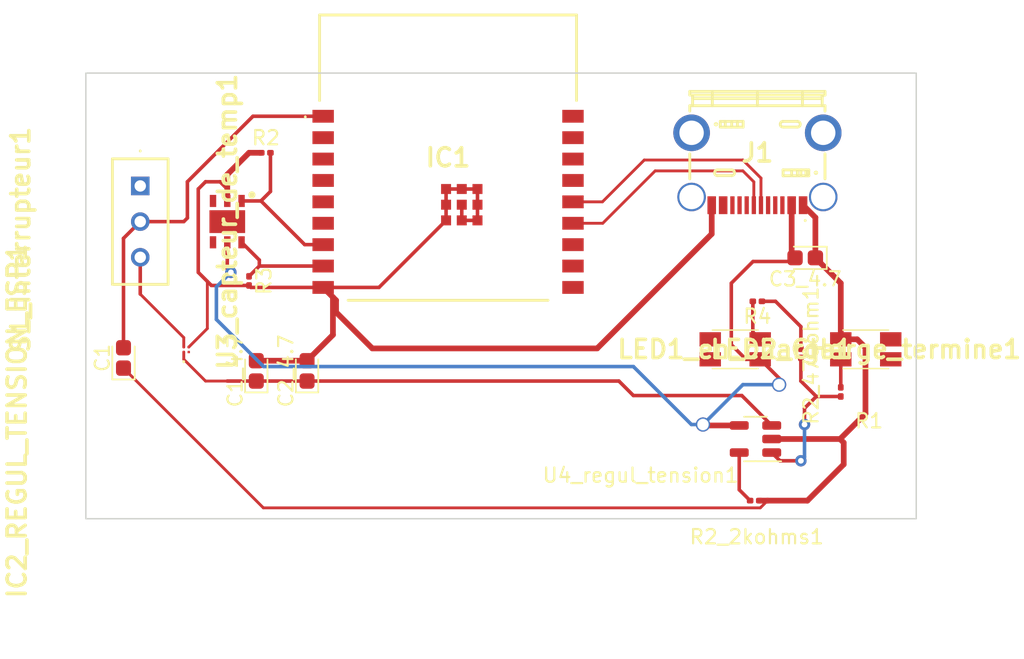
<source format=kicad_pcb>
(kicad_pcb (version 20221018) (generator pcbnew)
  (layers (0 "F.Cu" signal) (31 "B.Cu" signal) (34 "B.Paste" user) (35 "F.Paste" user) (36 "B.SilkS" user "B.Silkscreen") (37 "F.SilkS" user "F.Silkscreen") (38 "B.Mask" user) (39 "F.Mask" user) (44 "Edge.Cuts" user))
  (net 0 "")
  (net 1 "Net-(IC1-3V3)")
  (net 7 "Net-(IC1-IO8)")
  (net 8 "Net-(IC1-IO9)")
  (net 9 "GND")
  (net 13 "D-")
  (net 14 "D+")
  (net 19 "VCC")
  (net 31 "Net-(LED1_en_charge1-RED_CATHODE)")
  (net 34 "Net-(LED2_CHarge_termine1-RED_CATHODE)")
  (net 38 "Batt_+")
  (net 39 "Vstate")
  (net 40 "Net-(U4_regul_tension1-PROG)")
  (net 41 "Net-(R2_470ohm1-Pad1)")
  (net 44 "REGUL_3.3")
  (footprint "Resistor_SMD:R_0201_0603Metric" (layer "F.Cu") (at 75.994 29.301 -90)
    (fp_text reference "R2_470ohm1" (at 0.163 -0.714 90) (layer "F.SilkS"))
    (fp_text value "R")
    (pad "1" smd roundrect (at -0.32 0 270) (size 0.46 0.4) (layers "F.Cu" "F.Mask") (net 41 "Net-(R2_470ohm1-Pad1)"))
    (pad "2" smd roundrect (at 0.32 0 270) (size 0.46 0.4) (layers "F.Cu" "F.Mask") (net 39 "Vstate"))
  )
  (footprint "Capacitor_Tantalum_SMD:CP_EIA-1608-08_AVX-J" (layer "F.Cu") (at 28.544 29.622 90)
    (fp_text reference "C1" (at 0 -1.48 90) (layer "F.SilkS"))
    (fp_text value "C")
    (fp_line (start -1.51 -0.785) (end -1.51 0.785) (stroke (width 0.12)) (layer "F.SilkS"))
    (fp_line (start -1.51 0.785) (end 0.8 0.785) (stroke (width 0.12)) (layer "F.SilkS"))
    (fp_line (start 0.8 -0.785) (end -1.51 -0.785) (stroke (width 0.12)) (layer "F.SilkS"))
    (pad "1" smd roundrect (at -0.7125 0 90) (size 1.075 1.05) (layers "F.Cu" "F.Paste" "F.Mask") (roundrect_rratio 0.238095) (net 9 "GND"))
    (pad "2" smd roundrect (at 0.7125 0 90) (size 1.075 1.05) (layers "F.Cu" "F.Paste" "F.Mask") (roundrect_rratio 0.238095) (net 1 "Net-(IC1-3V3)"))
  )
  (footprint "Capacitor_Tantalum_SMD:CP_EIA-1608-08_AVX-J" (layer "F.Cu") (at 37.846 30.5295 90)
    (fp_text reference "C1_4.7" (at 0 -1.48 90) (layer "F.SilkS"))
    (fp_text value "C")
    (fp_line (start -1.51 -0.785) (end -1.51 0.785) (stroke (width 0.12)) (layer "F.SilkS"))
    (fp_line (start -1.51 0.785) (end 0.8 0.785) (stroke (width 0.12)) (layer "F.SilkS"))
    (fp_line (start 0.8 -0.785) (end -1.51 -0.785) (stroke (width 0.12)) (layer "F.SilkS"))
    (pad "1" smd roundrect (at -0.7125 0 90) (size 1.075 1.05) (layers "F.Cu" "F.Paste" "F.Mask") (roundrect_rratio 0.238095) (net 38 "Batt_+"))
    (pad "2" smd roundrect (at 0.7125 0 90) (size 1.075 1.05) (layers "F.Cu" "F.Paste" "F.Mask") (roundrect_rratio 0.238095) (net 9 "GND"))
  )
  (footprint "Resistor_SMD:R_0201_0603Metric" (layer "F.Cu") (at 78.788 32.004 -90)
    (fp_text reference "R1" (at 2.032 -1.984 -180) (layer "F.SilkS"))
    (fp_text value "R")
    (pad "1" smd roundrect (at -0.32 0 270) (size 0.46 0.4) (layers "F.Cu" "F.Mask") (net 34 "Net-(LED2_CHarge_termine1-RED_CATHODE)"))
    (pad "2" smd roundrect (at 0.32 0 270) (size 0.46 0.4) (layers "F.Cu" "F.Mask") (net 39 "Vstate"))
  )
  (footprint "Library_esp_temp:USB480003A" (layer "F.Cu") (at 72.948 15.24 180)
    (fp_text reference "J1" (at 0 0) (layer "F.SilkS") (effects (font (size 1.27 1.27) (thickness 0.254))))
    (fp_text value "USB4800-03-A" hide)
    (fp_line (start -4.735 -1.825) (end -4.735 -0.075) (stroke (width 0.2)) (layer "F.SilkS"))
    (fp_line (start -4.735 2.925) (end -4.735 3.3) (stroke (width 0.2)) (layer "F.SilkS"))
    (fp_line (start -4.735 3.3) (end 4.735 3.3) (stroke (width 0.2)) (layer "F.SilkS"))
    (fp_line (start -4.735 4.05) (end -4.735 4.05) (stroke (width 0.2)) (layer "F.SilkS"))
    (fp_line (start -4.735 4.05) (end -4.735 4.05) (stroke (width 0.2)) (layer "F.SilkS"))
    (fp_line (start -4.735 4.05) (end -4.735 4.3) (stroke (width 0.2)) (layer "F.SilkS"))
    (fp_line (start -4.735 4.3) (end 4.735 4.3) (stroke (width 0.2)) (layer "F.SilkS"))
    (fp_line (start -4.538 3.8) (end 4.538 3.8) (stroke (width 0.2)) (layer "F.SilkS"))
    (fp_line (start -4.538 3.925) (end -4.538 3.3) (stroke (width 0.2)) (layer "F.SilkS"))
    (fp_line (start -4.2 -1.4) (end -4.2 -1.4) (stroke (width 0.1)) (layer "F.SilkS"))
    (fp_line (start -4 -1.4) (end -4 -1.4) (stroke (width 0.1)) (layer "F.SilkS"))
    (fp_line (start -3.6 -1.613) (end -1.8 -1.613) (stroke (width 0.2)) (layer "F.SilkS"))
    (fp_line (start -3.6 -1.6) (end -3.4 -1.6) (stroke (width 0.2)) (layer "F.SilkS"))
    (fp_line (start -3.6 -1.2) (end -3.6 -1.6) (stroke (width 0.2)) (layer "F.SilkS"))
    (fp_line (start -3.4 -1.6) (end -3.4 -1.2) (stroke (width 0.2)) (layer "F.SilkS"))
    (fp_line (start -3.35 -4.8) (end -3.35 -4.8) (stroke (width 0.1)) (layer "F.SilkS"))
    (fp_line (start -3.35 -4.7) (end -3.35 -4.7) (stroke (width 0.1)) (layer "F.SilkS"))
    (fp_line (start -3.157 4.3) (end -3.157 3.3) (stroke (width 0.2)) (layer "F.SilkS"))
    (fp_line (start -3.05 -1.613) (end -3.05 -1.2) (stroke (width 0.2)) (layer "F.SilkS"))
    (fp_line (start -2.8 -1.6) (end -2.8 -1.2) (stroke (width 0.2)) (layer "F.SilkS"))
    (fp_line (start -2.8 1.8) (end -2.8 1.8) (stroke (width 0.2)) (layer "F.SilkS"))
    (fp_line (start -2.8 2.2) (end -1.8 2.2) (stroke (width 0.2)) (layer "F.SilkS"))
    (fp_line (start -2.4 -1.6) (end -2.4 -1.2) (stroke (width 0.2)) (layer "F.SilkS"))
    (fp_line (start -1.8 -1.613) (end -1.8 -1.2) (stroke (width 0.2)) (layer "F.SilkS"))
    (fp_line (start -1.8 -1.2) (end -3.6 -1.2) (stroke (width 0.2)) (layer "F.SilkS"))
    (fp_line (start -1.8 1.8) (end -2.8 1.8) (stroke (width 0.2)) (layer "F.SilkS"))
    (fp_line (start -1.8 2.2) (end -1.8 2.2) (stroke (width 0.2)) (layer "F.SilkS"))
    (fp_line (start -0.986 4.05) (end -4.735 4.05) (stroke (width 0.2)) (layer "F.SilkS"))
    (fp_line (start 0 4.3) (end 0 3.3) (stroke (width 0.2)) (layer "F.SilkS"))
    (fp_line (start 1 1.8) (end 2.6 1.8) (stroke (width 0.2)) (layer "F.SilkS"))
    (fp_line (start 1 2.2) (end 1 1.8) (stroke (width 0.2)) (layer "F.SilkS"))
    (fp_line (start 1.4 2.2) (end 1.4 1.8) (stroke (width 0.2)) (layer "F.SilkS"))
    (fp_line (start 1.8 -1.6) (end 1.8 -1.6) (stroke (width 0.2)) (layer "F.SilkS"))
    (fp_line (start 1.8 -1.2) (end 2.8 -1.2) (stroke (width 0.2)) (layer "F.SilkS"))
    (fp_line (start 1.8 2.2) (end 1.8 1.8) (stroke (width 0.2)) (layer "F.SilkS"))
    (fp_line (start 2.25 2.2) (end 2.25 1.8) (stroke (width 0.2)) (layer "F.SilkS"))
    (fp_line (start 2.4 2.2) (end 1 2.2) (stroke (width 0.2)) (layer "F.SilkS"))
    (fp_line (start 2.6 1.8) (end 2.6 2.2) (stroke (width 0.2)) (layer "F.SilkS"))
    (fp_line (start 2.6 2.2) (end 2.4 2.2) (stroke (width 0.2)) (layer "F.SilkS"))
    (fp_line (start 2.8 -1.6) (end 1.8 -1.6) (stroke (width 0.2)) (layer "F.SilkS"))
    (fp_line (start 2.8 -1.2) (end 2.8 -1.2) (stroke (width 0.2)) (layer "F.SilkS"))
    (fp_line (start 2.8 2) (end 2.8 2) (stroke (width 0.1)) (layer "F.SilkS"))
    (fp_line (start 3 2) (end 3 2) (stroke (width 0.1)) (layer "F.SilkS"))
    (fp_line (start 3.157 4.3) (end 3.157 3.3) (stroke (width 0.2)) (layer "F.SilkS"))
    (fp_line (start 4.538 3.3) (end 4.538 3.925) (stroke (width 0.2)) (layer "F.SilkS"))
    (fp_line (start 4.538 3.925) (end 4.538 3.925) (stroke (width 0.2)) (layer "F.SilkS"))
    (fp_line (start 4.735 -0.075) (end 4.735 -1.825) (stroke (width 0.2)) (layer "F.SilkS"))
    (fp_line (start 4.735 3.3) (end 4.735 2.925) (stroke (width 0.2)) (layer "F.SilkS"))
    (fp_line (start 4.735 4.05) (end -0.986 4.05) (stroke (width 0.2)) (layer "F.SilkS"))
    (fp_line (start 4.735 4.3) (end 4.735 4.05) (stroke (width 0.2)) (layer "F.SilkS"))
    (fp_arc (start -4.5382 3.925107) (mid -4.618458 4.016141) (end -4.735 4.05) (stroke (width 0.2)) (layer "F.SilkS"))
    (fp_arc (start -4.2 -1.4) (mid -4.1 -1.5) (end -4 -1.4) (stroke (width 0.1)) (layer "F.SilkS"))
    (fp_arc (start -4 -1.4) (mid -4.1 -1.3) (end -4.2 -1.4) (stroke (width 0.1)) (layer "F.SilkS"))
    (fp_arc (start -3.35 -4.8) (mid -3.3 -4.75) (end -3.35 -4.7) (stroke (width 0.1)) (layer "F.SilkS"))
    (fp_arc (start -3.35 -4.7) (mid -3.4 -4.75) (end -3.35 -4.8) (stroke (width 0.1)) (layer "F.SilkS"))
    (fp_arc (start -2.8 2.2) (mid -3 2) (end -2.8 1.8) (stroke (width 0.2)) (layer "F.SilkS"))
    (fp_arc (start -1.8 1.8) (mid -1.6 2) (end -1.8 2.2) (stroke (width 0.2)) (layer "F.SilkS"))
    (fp_arc (start 1.8 -1.2) (mid 1.6 -1.4) (end 1.8 -1.6) (stroke (width 0.2)) (layer "F.SilkS"))
    (fp_arc (start 2.8 -1.6) (mid 3 -1.4) (end 2.8 -1.2) (stroke (width 0.2)) (layer "F.SilkS"))
    (fp_arc (start 2.8 2) (mid 2.9 1.9) (end 3 2) (stroke (width 0.1)) (layer "F.SilkS"))
    (fp_arc (start 3 2) (mid 2.9 2.1) (end 2.8 2) (stroke (width 0.1)) (layer "F.SilkS"))
    (fp_arc (start 4.734758 4.049866) (mid 4.602056 4.041517) (end 4.538 3.925) (stroke (width 0.2)) (layer "F.SilkS"))
    (pad "" np_thru_hole circle (at -3.3 -2.54 180) (size 0.8 0.8) (drill 0.8) (layers "*.Cu" "*.Mask"))
    (pad "" np_thru_hole circle (at 3.3 -2.54 180) (size 0.8 0.8) (drill 0.8) (layers "*.Cu" "*.Mask"))
    (pad "A1" smd rect (at -3.2 -3.675 180) (size 0.6 1.25) (layers "F.Cu" "F.Paste" "F.Mask") (net 9 "GND"))
    (pad "A4" smd rect (at -2.4 -3.675 180) (size 0.6 1.25) (layers "F.Cu" "F.Paste" "F.Mask") (net 19 "VCC"))
    (pad "A5" smd rect (at -1.25 -3.675 180) (size 0.3 1.25) (layers "F.Cu" "F.Paste" "F.Mask"))
    (pad "A6" smd rect (at -0.25 -3.675 180) (size 0.3 1.25) (layers "F.Cu" "F.Paste" "F.Mask") (net 14 "D+"))
    (pad "A7" smd rect (at 0.25 -3.675 180) (size 0.3 1.25) (layers "F.Cu" "F.Paste" "F.Mask") (net 13 "D-"))
    (pad "A8" smd rect (at 1.25 -3.675 180) (size 0.3 1.25) (layers "F.Cu" "F.Paste" "F.Mask"))
    (pad "A9" smd rect (at 2.4 -3.675 180) (size 0.6 1.25) (layers "F.Cu" "F.Paste" "F.Mask"))
    (pad "A12" smd rect (at 3.2 -3.675 180) (size 0.6 1.25) (layers "F.Cu" "F.Paste" "F.Mask") (net 9 "GND"))
    (pad "B5" smd rect (at 1.75 -3.675 180) (size 0.3 1.25) (layers "F.Cu" "F.Paste" "F.Mask"))
    (pad "B6" smd rect (at 0.75 -3.675 180) (size 0.3 1.25) (layers "F.Cu" "F.Paste" "F.Mask"))
    (pad "B7" smd rect (at -0.75 -3.675 180) (size 0.3 1.25) (layers "F.Cu" "F.Paste" "F.Mask"))
    (pad "B8" smd rect (at -1.75 -3.675 180) (size 0.3 1.25) (layers "F.Cu" "F.Paste" "F.Mask"))
    (pad "MH3" thru_hole circle (at -4.61 -3.1 180) (size 2 2) (drill 1.71) (layers "*.Cu" "*.Mask"))
    (pad "MH4" thru_hole circle (at 4.61 -3.1 180) (size 2 2) (drill 1.71) (layers "*.Cu" "*.Mask"))
    (pad "MH5" thru_hole circle (at -4.61 1.4 180) (size 2.565 2.565) (drill 1.71) (layers "*.Cu" "*.Mask"))
    (pad "MH6" thru_hole circle (at 4.61 1.4 180) (size 2.565 2.565) (drill 1.71) (layers "*.Cu" "*.Mask"))
  )
  (footprint "SLW-883935-2A-D:SLW8839352AD" (layer "F.Cu") (at 29.718 17.566 -90)
    (fp_text reference "S1_Interrupteur1" (at 3.77 8.382 90) (layer "F.SilkS") (effects (font (size 1.27 1.27) (thickness 0.254))))
    (fp_text value "SLW-883935-2A-D" hide)
    (fp_line (start -2.5 0) (end -2.5 0) (stroke (width 0.1)) (layer "F.SilkS"))
    (fp_line (start -2.4 0) (end -2.4 0) (stroke (width 0.1)) (layer "F.SilkS"))
    (fp_line (start -1.9 -1.95) (end 6.9 -1.95) (stroke (width 0.2)) (layer "F.SilkS"))
    (fp_line (start -1.9 1.95) (end -1.9 -1.95) (stroke (width 0.2)) (layer "F.SilkS"))
    (fp_line (start 6.9 -1.95) (end 6.9 1.95) (stroke (width 0.2)) (layer "F.SilkS"))
    (fp_line (start 6.9 1.95) (end -1.9 1.95) (stroke (width 0.2)) (layer "F.SilkS"))
    (fp_arc (start -2.5 0) (mid -2.45 -0.05) (end -2.4 0) (stroke (width 0.1)) (layer "F.SilkS"))
    (fp_arc (start -2.4 0) (mid -2.45 0.05) (end -2.5 0) (stroke (width 0.1)) (layer "F.SilkS"))
    (pad "1" thru_hole rect (at 0 0 270) (size 1.3 1.3) (drill 0.8) (layers "*.Cu" "*.Mask"))
    (pad "2" thru_hole circle (at 2.5 0 270) (size 1.3 1.3) (drill 0.8) (layers "*.Cu" "*.Mask") (net 1 "Net-(IC1-3V3)"))
    (pad "3" thru_hole circle (at 5 0 270) (size 1.3 1.3) (drill 0.8) (layers "*.Cu" "*.Mask") (net 44 "REGUL_3.3"))
  )
  (footprint "Resistor_SMD:R_0201_0603Metric" (layer "F.Cu") (at 72.946 25.654 180)
    (fp_text reference "R4" (at 0 -1.05) (layer "F.SilkS"))
    (fp_text value "R")
    (pad "1" smd roundrect (at -0.32 0 180) (size 0.46 0.4) (layers "F.Cu" "F.Mask") (net 41 "Net-(R2_470ohm1-Pad1)"))
    (pad "2" smd roundrect (at 0.32 0 180) (size 0.46 0.4) (layers "F.Cu" "F.Mask") (net 31 "Net-(LED1_en_charge1-RED_CATHODE)"))
  )
  (footprint "Library_esp_temp:HSMFC118" (layer "F.Cu") (at 80.538 29.018 180)
    (fp_text reference "LED2_CHarge_termine1" (at 0 0 180) (layer "F.SilkS") (effects (font (size 1.27 1.27) (thickness 0.254))))
    (fp_text value "HSMF-C118" hide)
    (fp_line (start -1.6 -1.35) (end 1.6 -1.35) (stroke (width 0.1)) (layer "F.SilkS"))
    (fp_line (start -1.6 1.35) (end 1.6 1.35) (stroke (width 0.1)) (layer "F.SilkS"))
    (pad "1" smd rect (at 1.75 0.7 270) (size 1 1.5) (layers "F.Cu" "F.Paste" "F.Mask") (net 9 "GND"))
    (pad "2" smd rect (at 1.75 -0.7 270) (size 1 1.5) (layers "F.Cu" "F.Paste" "F.Mask") (net 34 "Net-(LED2_CHarge_termine1-RED_CATHODE)"))
    (pad "3" smd rect (at -1.75 -0.7 270) (size 1 1.5) (layers "F.Cu" "F.Paste" "F.Mask"))
    (pad "4" smd rect (at -1.75 0.7 270) (size 1 1.5) (layers "F.Cu" "F.Paste" "F.Mask"))
  )
  (footprint "Library_esp_temp:HSMFC118" (layer "F.Cu") (at 71.394 29.018)
    (fp_text reference "LED1_en_charge1" (at 0 0) (layer "F.SilkS") (effects (font (size 1.27 1.27) (thickness 0.254))))
    (fp_text value "HSMF-C118" hide)
    (fp_line (start -1.6 -1.35) (end 1.6 -1.35) (stroke (width 0.1)) (layer "F.SilkS"))
    (fp_line (start -1.6 1.35) (end 1.6 1.35) (stroke (width 0.1)) (layer "F.SilkS"))
    (pad "1" smd rect (at 1.75 0.7 90) (size 1 1.5) (layers "F.Cu" "F.Paste" "F.Mask") (net 19 "VCC"))
    (pad "2" smd rect (at 1.75 -0.7 90) (size 1 1.5) (layers "F.Cu" "F.Paste" "F.Mask") (net 31 "Net-(LED1_en_charge1-RED_CATHODE)"))
    (pad "3" smd rect (at -1.75 -0.7 90) (size 1 1.5) (layers "F.Cu" "F.Paste" "F.Mask"))
    (pad "4" smd rect (at -1.75 0.7 90) (size 1 1.5) (layers "F.Cu" "F.Paste" "F.Mask"))
  )
  (footprint "Library_esp_temp:TPS7A2133BPYWDJ" (layer "F.Cu") (at 32.941 29.035 90)
    (fp_text reference "IC2_REGUL_TENSION_ESP1" (at -5.001 -11.859 90) (layer "F.SilkS") (effects (font (size 1.27 1.27) (thickness 0.254))))
    (fp_text value "TPS7A2133BPYWDJ" hide)
    (fp_line (start -0.9 -0.175) (end -0.9 -0.175) (stroke (width 0.1)) (layer "F.SilkS"))
    (fp_line (start -0.8 -0.175) (end -0.8 -0.175) (stroke (width 0.1)) (layer "F.SilkS"))
    (fp_arc (start -0.9 -0.175) (mid -0.85 -0.225) (end -0.8 -0.175) (stroke (width 0.1)) (layer "F.SilkS"))
    (fp_arc (start -0.8 -0.175) (mid -0.85 -0.125) (end -0.9 -0.175) (stroke (width 0.1)) (layer "F.SilkS"))
    (pad "A1" smd rect (at -0.175 -0.175 180) (size 0.165 0.165) (layers "F.Cu" "F.Paste" "F.Mask") (net 38 "Batt_+"))
    (pad "A2" smd rect (at 0.175 -0.175 180) (size 0.165 0.165) (layers "F.Cu" "F.Paste" "F.Mask") (net 44 "REGUL_3.3"))
    (pad "B1" smd rect (at -0.175 0.175 180) (size 0.165 0.165) (layers "F.Cu" "F.Paste" "F.Mask"))
    (pad "B2" smd rect (at 0.175 0.175 180) (size 0.165 0.165) (layers "F.Cu" "F.Paste" "F.Mask") (net 9 "GND"))
  )
  (footprint "Library_esp_temp:Capteur temp SI7051" (layer "F.Cu") (at 35.814 20.066 -90)
    (fp_text reference "U3_capteur_de_temp1" (at 0 0 90) (layer "F.SilkS") (effects (font (size 1.27 1.27) (thickness 0.254))))
    (fp_text value "Si7051-A20" hide)
    (fp_circle (center -1.875 -1.725) (end -1.875 -1.6) (stroke (width 0.25)) (fill none) (layer "F.SilkS"))
    (pad "1" smd rect (at -1.45 -1) (size 0.45 0.85) (layers "F.Cu" "F.Paste" "F.Mask") (net 7 "Net-(IC1-IO8)"))
    (pad "2" smd rect (at -1.45 0) (size 0.45 0.85) (layers "F.Cu" "F.Paste" "F.Mask") (net 9 "GND"))
    (pad "3" smd rect (at -1.45 1) (size 0.45 0.85) (layers "F.Cu" "F.Paste" "F.Mask"))
    (pad "4" smd rect (at 1.45 1) (size 0.45 0.85) (layers "F.Cu" "F.Paste" "F.Mask"))
    (pad "5" smd rect (at 1.45 0) (size 0.45 0.85) (layers "F.Cu" "F.Paste" "F.Mask") (net 19 "VCC"))
    (pad "6" smd rect (at 1.45 -1) (size 0.45 0.85) (layers "F.Cu" "F.Paste" "F.Mask") (net 8 "Net-(IC1-IO9)"))
    (pad "7" smd rect (at 0 0 270) (size 1.6 2.5) (layers "F.Cu" "F.Paste" "F.Mask"))
  )
  (footprint "Library_esp_temp:ESP32C3WROOM02H4" (layer "F.Cu") (at 41.78 25.58)
    (fp_text reference "IC1" (at 9.5 -10) (layer "F.SilkS") (effects (font (size 1.27 1.27) (thickness 0.254))))
    (fp_text value "ESP32-C3-WROOM-02-H4" hide)
    (fp_line (start -0.5 -12.9) (end -0.5 -12.9) (stroke (width 0.1)) (layer "F.SilkS"))
    (fp_line (start -0.5 -12.8) (end -0.5 -12.8) (stroke (width 0.1)) (layer "F.SilkS"))
    (fp_line (start 0.5 -20) (end 18.5 -20) (stroke (width 0.2)) (layer "F.SilkS"))
    (fp_line (start 0.5 -14) (end 0.5 -20) (stroke (width 0.2)) (layer "F.SilkS"))
    (fp_line (start 2.5 0) (end 16.5 0) (stroke (width 0.2)) (layer "F.SilkS"))
    (fp_line (start 18.5 -20) (end 18.5 -14) (stroke (width 0.2)) (layer "F.SilkS"))
    (fp_arc (start -0.5 -12.9) (mid -0.45 -12.85) (end -0.5 -12.8) (stroke (width 0.1)) (layer "F.SilkS"))
    (fp_arc (start -0.5 -12.8) (mid -0.55 -12.85) (end -0.5 -12.9) (stroke (width 0.1)) (layer "F.SilkS"))
    (pad "1" smd rect (at 0.75 -12.9 90) (size 0.9 1.5) (layers "F.Cu" "F.Paste" "F.Mask") (net 1 "Net-(IC1-3V3)"))
    (pad "2" smd rect (at 0.75 -11.4 90) (size 0.9 1.5) (layers "F.Cu" "F.Paste" "F.Mask"))
    (pad "3" smd rect (at 0.75 -9.9 90) (size 0.9 1.5) (layers "F.Cu" "F.Paste" "F.Mask"))
    (pad "4" smd rect (at 0.75 -8.4 90) (size 0.9 1.5) (layers "F.Cu" "F.Paste" "F.Mask"))
    (pad "5" smd rect (at 0.75 -6.9 90) (size 0.9 1.5) (layers "F.Cu" "F.Paste" "F.Mask"))
    (pad "6" smd rect (at 0.75 -5.4 90) (size 0.9 1.5) (layers "F.Cu" "F.Paste" "F.Mask"))
    (pad "7" smd rect (at 0.75 -3.9 90) (size 0.9 1.5) (layers "F.Cu" "F.Paste" "F.Mask") (net 7 "Net-(IC1-IO8)"))
    (pad "8" smd rect (at 0.75 -2.4 90) (size 0.9 1.5) (layers "F.Cu" "F.Paste" "F.Mask") (net 8 "Net-(IC1-IO9)"))
    (pad "9" smd rect (at 0.75 -0.9 90) (size 0.9 1.5) (layers "F.Cu" "F.Paste" "F.Mask") (net 9 "GND"))
    (pad "10" smd rect (at 18.25 -0.9 90) (size 0.9 1.5) (layers "F.Cu" "F.Paste" "F.Mask"))
    (pad "11" smd rect (at 18.25 -2.4 90) (size 0.9 1.5) (layers "F.Cu" "F.Paste" "F.Mask"))
    (pad "12" smd rect (at 18.25 -3.9 90) (size 0.9 1.5) (layers "F.Cu" "F.Paste" "F.Mask"))
    (pad "13" smd rect (at 18.25 -5.4 90) (size 0.9 1.5) (layers "F.Cu" "F.Paste" "F.Mask") (net 13 "D-"))
    (pad "14" smd rect (at 18.25 -6.9 90) (size 0.9 1.5) (layers "F.Cu" "F.Paste" "F.Mask") (net 14 "D+"))
    (pad "15" smd rect (at 18.25 -8.4 90) (size 0.9 1.5) (layers "F.Cu" "F.Paste" "F.Mask"))
    (pad "16" smd rect (at 18.25 -9.9 90) (size 0.9 1.5) (layers "F.Cu" "F.Paste" "F.Mask"))
    (pad "17" smd rect (at 18.25 -11.4 90) (size 0.9 1.5) (layers "F.Cu" "F.Paste" "F.Mask"))
    (pad "18" smd rect (at 18.25 -12.9 90) (size 0.9 1.5) (layers "F.Cu" "F.Paste" "F.Mask"))
    (pad "19" smd rect (at 10.46 -6.7 90) (size 0.7 0.7) (layers "F.Cu" "F.Paste" "F.Mask") (net 9 "GND"))
    (pad "20" smd rect (at 11.56 -6.7 90) (size 0.7 0.7) (layers "F.Cu" "F.Paste" "F.Mask") (net 9 "GND"))
    (pad "21" smd rect (at 11.56 -7.8 90) (size 0.7 0.7) (layers "F.Cu" "F.Paste" "F.Mask") (net 9 "GND"))
    (pad "22" smd rect (at 10.46 -7.8 90) (size 0.7 0.7) (layers "F.Cu" "F.Paste" "F.Mask") (net 9 "GND"))
    (pad "23" smd rect (at 9.36 -7.8 90) (size 0.7 0.7) (layers "F.Cu" "F.Paste" "F.Mask") (net 9 "GND"))
    (pad "24" smd rect (at 9.36 -6.7 90) (size 0.7 0.7) (layers "F.Cu" "F.Paste" "F.Mask") (net 9 "GND"))
    (pad "25" smd rect (at 9.36 -5.6 90) (size 0.7 0.7) (layers "F.Cu" "F.Paste" "F.Mask") (net 9 "GND"))
    (pad "26" smd rect (at 10.46 -5.6 90) (size 0.7 0.7) (layers "F.Cu" "F.Paste" "F.Mask") (net 9 "GND"))
    (pad "27" smd rect (at 11.56 -5.6 90) (size 0.7 0.7) (layers "F.Cu" "F.Paste" "F.Mask") (net 9 "GND"))
  )
  (footprint "Package_TO_SOT_SMD:SOT-23-5" (layer "F.Cu") (at 72.8135 35.306 180)
    (fp_text reference "U4_regul_tension1" (at 8.0435 -2.54) (layer "F.SilkS"))
    (fp_text value "MCP73831-2-OT")
    (fp_line (start 0 -1.56) (end -1.8 -1.56) (stroke (width 0.12)) (layer "F.SilkS"))
    (fp_line (start 0 -1.56) (end 0.8 -1.56) (stroke (width 0.12)) (layer "F.SilkS"))
    (fp_line (start 0 1.56) (end -0.8 1.56) (stroke (width 0.12)) (layer "F.SilkS"))
    (fp_line (start 0 1.56) (end 0.8 1.56) (stroke (width 0.12)) (layer "F.SilkS"))
    (pad "1" smd roundrect (at -1.1375 -0.95 180) (size 1.325 0.6) (layers "F.Cu" "F.Paste" "F.Mask") (net 39 "Vstate"))
    (pad "2" smd roundrect (at -1.1375 0 180) (size 1.325 0.6) (layers "F.Cu" "F.Paste" "F.Mask") (net 9 "GND"))
    (pad "3" smd roundrect (at -1.1375 0.95 180) (size 1.325 0.6) (layers "F.Cu" "F.Paste" "F.Mask") (net 38 "Batt_+"))
    (pad "4" smd roundrect (at 1.1375 0.95 180) (size 1.325 0.6) (layers "F.Cu" "F.Paste" "F.Mask") (net 19 "VCC"))
    (pad "5" smd roundrect (at 1.1375 -0.95 180) (size 1.325 0.6) (layers "F.Cu" "F.Paste" "F.Mask") (net 40 "Net-(U4_regul_tension1-PROG)"))
  )
  (footprint "Resistor_SMD:R_0201_0603Metric" (layer "F.Cu") (at 38.517 15.24)
    (fp_text reference "R2" (at 0 -1.05) (layer "F.SilkS"))
    (fp_text value "R" hide)
    (pad "1" smd roundrect (at -0.32 0) (size 0.46 0.4) (layers "F.Cu" "F.Mask") (net 9 "GND"))
    (pad "2" smd roundrect (at 0.32 0) (size 0.46 0.4) (layers "F.Cu" "F.Mask") (net 7 "Net-(IC1-IO8)"))
  )
  (footprint "Capacitor_Tantalum_SMD:CP_EIA-1608-08_AVX-J" (layer "F.Cu") (at 41.402 30.5295 90)
    (fp_text reference "C2_4.7" (at 0 -1.48 90) (layer "F.SilkS"))
    (fp_text value "C")
    (fp_line (start -1.51 -0.785) (end -1.51 0.785) (stroke (width 0.12)) (layer "F.SilkS"))
    (fp_line (start -1.51 0.785) (end 0.8 0.785) (stroke (width 0.12)) (layer "F.SilkS"))
    (fp_line (start 0.8 -0.785) (end -1.51 -0.785) (stroke (width 0.12)) (layer "F.SilkS"))
    (pad "1" smd roundrect (at -0.7125 0 90) (size 1.075 1.05) (layers "F.Cu" "F.Paste" "F.Mask") (roundrect_rratio 0.238095) (net 38 "Batt_+"))
    (pad "2" smd roundrect (at 0.7125 0 90) (size 1.075 1.05) (layers "F.Cu" "F.Paste" "F.Mask") (roundrect_rratio 0.238095) (net 9 "GND"))
  )
  (footprint "Resistor_SMD:R_0201_0603Metric" (layer "F.Cu") (at 72.758 39.624)
    (fp_text reference "R2_2kohms1" (at 0.14 2.54) (layer "F.SilkS"))
    (fp_text value "R")
    (pad "1" smd roundrect (at -0.32 0) (size 0.46 0.4) (layers "F.Cu" "F.Mask") (net 40 "Net-(U4_regul_tension1-PROG)"))
    (pad "2" smd roundrect (at 0.32 0) (size 0.46 0.4) (layers "F.Cu" "F.Mask") (net 9 "GND"))
  )
  (footprint "Capacitor_Tantalum_SMD:CP_EIA-1608-08_AVX-J" (layer "F.Cu") (at 76.2975 22.606 180)
    (fp_text reference "C3_4.7" (at 0 -1.48) (layer "F.SilkS"))
    (fp_text value "C")
    (fp_line (start -1.51 -0.785) (end -1.51 0.785) (stroke (width 0.12)) (layer "F.SilkS"))
    (fp_line (start -1.51 0.785) (end 0.8 0.785) (stroke (width 0.12)) (layer "F.SilkS"))
    (fp_line (start 0.8 -0.785) (end -1.51 -0.785) (stroke (width 0.12)) (layer "F.SilkS"))
    (pad "1" smd roundrect (at -0.7125 0 180) (size 1.075 1.05) (layers "F.Cu" "F.Paste" "F.Mask") (roundrect_rratio 0.238095) (net 9 "GND"))
    (pad "2" smd roundrect (at 0.7125 0 180) (size 1.075 1.05) (layers "F.Cu" "F.Paste" "F.Mask") (roundrect_rratio 0.238095) (net 19 "VCC"))
  )
  (footprint "Resistor_SMD:R_0201_0603Metric" (layer "F.Cu") (at 37.338 24.221 -90)
    (fp_text reference "R3" (at 0 -1.05 90) (layer "F.SilkS"))
    (fp_text value "R")
    (pad "1" smd roundrect (at -0.32 0 270) (size 0.46 0.4) (layers "F.Cu" "F.Mask") (net 8 "Net-(IC1-IO9)"))
    (pad "2" smd roundrect (at 0.32 0 270) (size 0.46 0.4) (layers "F.Cu" "F.Mask") (net 9 "GND"))
  )
  (gr_rect (start 25.908 9.652) (end 84.074 40.894) (stroke (width 0.1)) (fill none) (layer "Edge.Cuts"))
  (segment (start 28.544 28.9095) (end 28.544 21.24) (width 0.25) (layer "F.Cu") (net 1))
  (segment (start 32.766 20.066) (end 29.718 20.066) (width 0.25) (layer "F.Cu") (net 1))
  (segment (start 33.02 19.812) (end 32.766 20.066) (width 0.25) (layer "F.Cu") (net 1))
  (segment (start 37.612 12.68) (end 33.02 17.272) (width 0.25) (layer "F.Cu") (net 1))
  (segment (start 42.53 12.68) (end 37.612 12.68) (width 0.25) (layer "F.Cu") (net 1))
  (segment (start 33.02 17.272) (end 33.02 19.812) (width 0.25) (layer "F.Cu") (net 1))
  (segment (start 28.544 21.24) (end 29.718 20.066) (width 0.25) (layer "F.Cu") (net 1))
  (segment (start 38.837 15.24) (end 38.837 17.953) (width 0.25) (layer "F.Cu") (net 7))
  (segment (start 38.837 17.953) (end 38.174 18.616) (width 0.25) (layer "F.Cu") (net 7))
  (segment (start 36.814 18.616) (end 38.174 18.616) (width 0.25) (layer "F.Cu") (net 7))
  (segment (start 38.174 18.616) (end 41.238 21.68) (width 0.25) (layer "F.Cu") (net 7))
  (segment (start 41.238 21.68) (end 42.53 21.68) (width 0.25) (layer "F.Cu") (net 7))
  (segment (start 36.814 21.516) (end 38.059 22.761) (width 0.25) (layer "F.Cu") (net 8))
  (segment (start 38.059 23.18) (end 42.53 23.18) (width 0.25) (layer "F.Cu") (net 8))
  (segment (start 38.059 22.761) (end 38.059 23.18) (width 0.25) (layer "F.Cu") (net 8))
  (segment (start 37.338 23.901) (end 38.059 23.18) (width 0.25) (layer "F.Cu") (net 8))
  (segment (start 52.24 19.98) (end 52.24 18.88) (width 0.25) (layer "F.Cu") (net 9))
  (segment (start 78.788 28.318) (end 79.938 28.318) (width 0.4) (layer "F.Cu") (net 9))
  (segment (start 80.518 28.898) (end 80.518 33.528) (width 0.4) (layer "F.Cu") (net 9))
  (segment (start 33.116 28.86) (end 34.417 27.559) (width 0.2) (layer "F.Cu") (net 9))
  (segment (start 78.994 35.56) (end 78.74 35.306) (width 0.4) (layer "F.Cu") (net 9))
  (segment (start 51.14 17.78) (end 51.14 18.88) (width 0.25) (layer "F.Cu") (net 9))
  (segment (start 43.215 25.365) (end 42.53 24.68) (width 0.4) (layer "F.Cu") (net 9))
  (segment (start 37.338 24.541) (end 34.701 24.541) (width 0.25) (layer "F.Cu") (net 9))
  (segment (start 69.748 18.915) (end 69.748 20.93) (width 0.4) (layer "F.Cu") (net 9))
  (segment (start 76.454 39.624) (end 78.994 37.084) (width 0.4) (layer "F.Cu") (net 9))
  (segment (start 35.306 17.272) (end 35.814 17.78) (width 0.25) (layer "F.Cu") (net 9))
  (segment (start 34.701 24.541) (end 34.417 24.257) (width 0.25) (layer "F.Cu") (net 9))
  (segment (start 37.477 24.68) (end 42.53 24.68) (width 0.25) (layer "F.Cu") (net 9))
  (segment (start 43.215 28.004) (end 43.215 25.365) (width 0.4) (layer "F.Cu") (net 9))
  (segment (start 78.994 37.084) (end 78.994 35.56) (width 0.4) (layer "F.Cu") (net 9))
  (segment (start 80.518 33.528) (end 78.74 35.306) (width 0.4) (layer "F.Cu") (net 9))
  (segment (start 46.44 24.68) (end 51.14 19.98) (width 0.25) (layer "F.Cu") (net 9))
  (segment (start 73.66 39.624) (end 76.454 39.624) (width 0.4) (layer "F.Cu") (net 9))
  (segment (start 53.34 19.98) (end 52.24 19.98) (width 0.25) (layer "F.Cu") (net 9))
  (segment (start 41.402 29.817) (end 43.215 28.004) (width 0.4) (layer "F.Cu") (net 9))
  (segment (start 42.53 24.68) (end 46.44 24.68) (width 0.25) (layer "F.Cu") (net 9))
  (segment (start 43.434 26.416) (end 43.434 25.584) (width 0.4) (layer "F.Cu") (net 9))
  (segment (start 53.34 17.78) (end 53.34 18.88) (width 0.25) (layer "F.Cu") (net 9))
  (segment (start 77.01 22.606) (end 78.788 24.384) (width 0.4) (layer "F.Cu") (net 9))
  (segment (start 51.14 17.78) (end 52.24 17.78) (width 0.25) (layer "F.Cu") (net 9))
  (segment (start 33.782 17.78) (end 34.29 17.272) (width 0.25) (layer "F.Cu") (net 9))
  (segment (start 69.748 20.93) (end 61.722 28.956) (width 0.4) (layer "F.Cu") (net 9))
  (segment (start 52.24 17.78) (end 53.34 17.78) (width 0.25) (layer "F.Cu") (net 9))
  (segment (start 45.974 28.956) (end 43.434 26.416) (width 0.4) (layer "F.Cu") (net 9))
  (segment (start 34.417 24.257) (end 33.782 23.622) (width 0.25) (layer "F.Cu") (net 9))
  (segment (start 37.846 29.817) (end 41.402 29.817) (width 0.4) (layer "F.Cu") (net 9))
  (segment (start 38.3415 40.132) (end 73.152 40.132) (width 0.2) (layer "F.Cu") (net 9))
  (segment (start 35.814 17.78) (end 35.814 18.616) (width 0.25) (layer "F.Cu") (net 9))
  (segment (start 38.197 15.24) (end 37.338 15.24) (width 0.4) (layer "F.Cu") (net 9))
  (segment (start 76.148 18.915) (end 77.01 19.777) (width 0.4) (layer "F.Cu") (net 9))
  (segment (start 33.782 23.622) (end 33.782 17.78) (width 0.25) (layer "F.Cu") (net 9))
  (segment (start 79.938 28.318) (end 80.518 28.898) (width 0.4) (layer "F.Cu") (net 9))
  (segment (start 43.434 25.584) (end 43.215 25.365) (width 0.4) (layer "F.Cu") (net 9))
  (segment (start 28.544 30.3345) (end 38.3415 40.132) (width 0.2) (layer "F.Cu") (net 9))
  (segment (start 34.417 27.559) (end 34.417 24.257) (width 0.2) (layer "F.Cu") (net 9))
  (segment (start 73.078 39.624) (end 73.66 39.624) (width 0.4) (layer "F.Cu") (net 9))
  (segment (start 78.788 24.384) (end 78.788 28.318) (width 0.4) (layer "F.Cu") (net 9))
  (segment (start 77.01 19.777) (end 77.01 22.606) (width 0.4) (layer "F.Cu") (net 9))
  (segment (start 37.338 15.24) (end 35.814 16.764) (width 0.4) (layer "F.Cu") (net 9))
  (segment (start 61.722 28.956) (end 45.974 28.956) (width 0.4) (layer "F.Cu") (net 9))
  (segment (start 73.152 40.132) (end 73.66 39.624) (width 0.2) (layer "F.Cu") (net 9))
  (segment (start 34.29 17.272) (end 35.306 17.272) (width 0.25) (layer "F.Cu") (net 9))
  (segment (start 53.34 18.88) (end 53.34 19.98) (width 0.25) (layer "F.Cu") (net 9))
  (segment (start 37.338 24.541) (end 37.477 24.68) (width 0.25) (layer "F.Cu") (net 9))
  (segment (start 78.74 35.306) (end 73.951 35.306) (width 0.4) (layer "F.Cu") (net 9))
  (segment (start 51.14 18.88) (end 51.14 19.98) (width 0.25) (layer "F.Cu") (net 9))
  (segment (start 35.814 16.764) (end 35.814 18.616) (width 0.4) (layer "F.Cu") (net 9))
  (segment (start 71.93 16.51) (end 72.698 17.278) (width 0.2) (layer "F.Cu") (net 13))
  (segment (start 60.03 20.18) (end 62.116 20.18) (width 0.2) (layer "F.Cu") (net 13))
  (segment (start 71.93 16.51) (end 65.786 16.51) (width 0.2) (layer "F.Cu") (net 13))
  (segment (start 62.116 20.18) (end 65.786 16.51) (width 0.2) (layer "F.Cu") (net 13))
  (segment (start 72.698 17.278) (end 72.698 18.915) (width 0.2) (layer "F.Cu") (net 13))
  (segment (start 71.93 15.748) (end 73.2 17.018) (width 0.2) (layer "F.Cu") (net 14))
  (segment (start 71.93 15.748) (end 65.024 15.748) (width 0.2) (layer "F.Cu") (net 14))
  (segment (start 62.092 18.68) (end 65.024 15.748) (width 0.2) (layer "F.Cu") (net 14))
  (segment (start 60.03 18.68) (end 62.092 18.68) (width 0.2) (layer "F.Cu") (net 14))
  (segment (start 73.198 17.02) (end 73.198 18.915) (width 0.2) (layer "F.Cu") (net 14))
  (segment (start 73.2 17.018) (end 73.198 17.02) (width 0.2) (layer "F.Cu") (net 14))
  (segment (start 71.12 28.694) (end 71.12 24.384) (width 0.25) (layer "F.Cu") (net 19))
  (segment (start 72.644 22.86) (end 75.331 22.86) (width 0.25) (layer "F.Cu") (net 19))
  (segment (start 73.144 29.718) (end 72.144 29.718) (width 0.25) (layer "F.Cu") (net 19))
  (segment (start 74.47 31.044) (end 73.144 29.718) (width 0.25) (layer "F.Cu") (net 19))
  (segment (start 75.348 18.915) (end 75.348 22.369) (width 0.4) (layer "F.Cu") (net 19))
  (segment (start 71.12 24.384) (end 72.644 22.86) (width 0.25) (layer "F.Cu") (net 19))
  (segment (start 75.331 22.86) (end 75.585 22.606) (width 0.25) (layer "F.Cu") (net 19))
  (segment (start 35.814 23.368) (end 36.068 23.622) (width 0.25) (layer "F.Cu") (net 19))
  (segment (start 35.814 21.516) (end 35.814 23.368) (width 0.25) (layer "F.Cu") (net 19))
  (segment (start 69.202 34.356) (end 69.136 34.29) (width 0.4) (layer "F.Cu") (net 19))
  (segment (start 71.676 34.356) (end 69.202 34.356) (width 0.4) (layer "F.Cu") (net 19))
  (segment (start 75.348 22.369) (end 75.585 22.606) (width 0.4) (layer "F.Cu") (net 19))
  (segment (start 74.47 31.496) (end 74.47 31.044) (width 0.25) (layer "F.Cu") (net 19))
  (segment (start 72.144 29.718) (end 71.12 28.694) (width 0.25) (layer "F.Cu") (net 19))
  (via (at 74.47 31.496) (size 1) (drill 0.8) (layers "F.Cu" "B.Cu") (net 19))
  (via (at 69.136 34.29) (size 1) (drill 0.8) (layers "F.Cu" "B.Cu") (net 19))
  (via (at 36.068 23.622) (size 0.8) (drill 0.4) (layers "F.Cu" "B.Cu") (net 19))
  (segment (start 74.47 31.496) (end 71.93 31.496) (width 0.25) (layer "B.Cu") (net 19))
  (segment (start 71.93 31.496) (end 69.136 34.29) (width 0.25) (layer "B.Cu") (net 19))
  (segment (start 38.354 30.226) (end 35.052 26.924) (width 0.25) (layer "B.Cu") (net 19))
  (segment (start 35.052 26.924) (end 35.052 24.638) (width 0.25) (layer "B.Cu") (net 19))
  (segment (start 64.262 30.226) (end 38.354 30.226) (width 0.25) (layer "B.Cu") (net 19))
  (segment (start 69.136 34.29) (end 68.326 34.29) (width 0.25) (layer "B.Cu") (net 19))
  (segment (start 68.326 34.29) (end 64.262 30.226) (width 0.25) (layer "B.Cu") (net 19))
  (segment (start 35.052 24.638) (end 36.068 23.622) (width 0.25) (layer "B.Cu") (net 19))
  (segment (start 72.626 25.654) (end 72.626 27.8) (width 0.25) (layer "F.Cu") (net 31))
  (segment (start 72.626 27.8) (end 73.144 28.318) (width 0.25) (layer "F.Cu") (net 31))
  (segment (start 78.788 31.684) (end 78.788 29.718) (width 0.25) (layer "F.Cu") (net 34))
  (segment (start 37.846 31.242) (end 41.402 31.242) (width 0.25) (layer "F.Cu") (net 38))
  (segment (start 63.246 31.242) (end 64.262 32.258) (width 0.25) (layer "F.Cu") (net 38))
  (segment (start 71.853 32.258) (end 73.951 34.356) (width 0.25) (layer "F.Cu") (net 38))
  (segment (start 35.814 31.242) (end 37.846 31.242) (width 0.25) (layer "F.Cu") (net 38))
  (segment (start 64.262 32.258) (end 71.853 32.258) (width 0.25) (layer "F.Cu") (net 38))
  (segment (start 32.766 29.21) (end 32.766 29.718) (width 0.2) (layer "F.Cu") (net 38))
  (segment (start 34.29 31.242) (end 35.814 31.242) (width 0.2) (layer "F.Cu") (net 38))
  (segment (start 32.766 29.718) (end 34.29 31.242) (width 0.2) (layer "F.Cu") (net 38))
  (segment (start 41.402 31.242) (end 63.246 31.242) (width 0.25) (layer "F.Cu") (net 38))
  (segment (start 75.994 36.83) (end 74.525 36.83) (width 0.25) (layer "F.Cu") (net 39))
  (segment (start 77.076 32.324) (end 76.248 33.152) (width 0.25) (layer "F.Cu") (net 39))
  (segment (start 78.788 32.324) (end 77.076 32.324) (width 0.25) (layer "F.Cu") (net 39))
  (segment (start 75.994 31.242) (end 75.994 29.621) (width 0.25) (layer "F.Cu") (net 39))
  (segment (start 76.248 33.152) (end 76.248 34.29) (width 0.25) (layer "F.Cu") (net 39))
  (segment (start 74.525 36.83) (end 73.951 36.256) (width 0.25) (layer "F.Cu") (net 39))
  (segment (start 77.076 32.324) (end 75.994 31.242) (width 0.25) (layer "F.Cu") (net 39))
  (via (at 76.248 34.29) (size 0.8) (drill 0.4) (layers "F.Cu" "B.Cu") (net 39))
  (via (at 75.994 36.83) (size 0.8) (drill 0.4) (layers "F.Cu" "B.Cu") (net 39))
  (segment (start 76.248 34.29) (end 76.248 36.576) (width 0.25) (layer "B.Cu") (net 39))
  (segment (start 76.248 36.576) (end 75.994 36.83) (width 0.25) (layer "B.Cu") (net 39))
  (segment (start 71.676 36.256) (end 71.676 38.862) (width 0.25) (layer "F.Cu") (net 40))
  (segment (start 71.676 38.862) (end 72.438 39.624) (width 0.25) (layer "F.Cu") (net 40))
  (segment (start 74.216 25.654) (end 75.994 27.432) (width 0.25) (layer "F.Cu") (net 41))
  (segment (start 75.994 27.432) (end 75.994 28.981) (width 0.25) (layer "F.Cu") (net 41))
  (segment (start 73.266 25.654) (end 74.216 25.654) (width 0.25) (layer "F.Cu") (net 41))
  (segment (start 29.718 22.566) (end 29.718 25.146) (width 0.25) (layer "F.Cu") (net 44))
  (segment (start 32.766 28.194) (end 29.718 25.146) (width 0.2) (layer "F.Cu") (net 44))
  (segment (start 32.766 28.86) (end 32.766 28.194) (width 0.2) (layer "F.Cu") (net 44))
)
</source>
